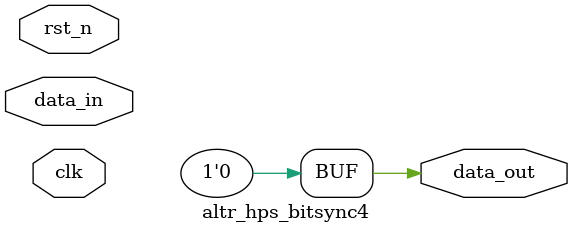
<source format=v>
module altr_hps_bitsync4(	// file.cleaned.mlir:2:3
  input  clk,	// file.cleaned.mlir:2:35
         rst_n,	// file.cleaned.mlir:2:49
         data_in,	// file.cleaned.mlir:2:65
  output data_out	// file.cleaned.mlir:2:84
);

  assign data_out = 1'h0;	// file.cleaned.mlir:3:14, :4:5
endmodule


</source>
